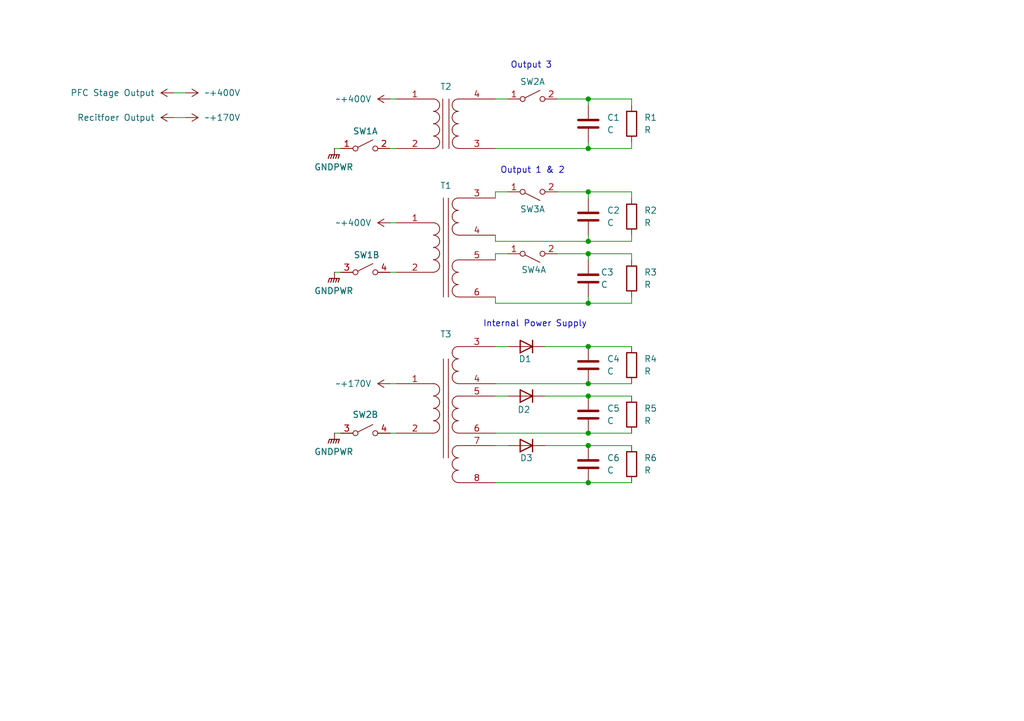
<source format=kicad_sch>
(kicad_sch (version 20250114) (generator "eeschema") (generator_version "9.0")
  (paper "A5")
  (lib_symbols
    (symbol "Device:C" (pin_numbers (hide yes)) (pin_names (offset 0.254))
      (property "Reference" "C" (at 0.635 2.54 0))
      (property "Value" "C" (at 0.635 -2.54 0))
      (symbol "C_0_1"
        (polyline (pts (xy -2.032 0.762) (xy 2.032 0.762)) (stroke (width 0.508)))
        (polyline (pts (xy -2.032 -0.762) (xy 2.032 -0.762)) (stroke (width 0.508)))
      )
      (symbol "C_1_1"
        (pin passive line (at 0 3.81 270) (length 2.794) (name "~") (number "1"))
        (pin passive line (at 0 -3.81 90) (length 2.794) (name "~") (number "2"))
      )
    )
    (symbol "Device:R" (pin_numbers (hide yes)) (pin_names (offset 0))
      (property "Reference" "R" (at 2.032 0 90))
      (property "Value" "R" (at 0 0 90))
      (symbol "R_0_1"
        (rectangle (start -1.016 -2.54) (end 1.016 2.54) (stroke (width 0.254)))
      )
      (symbol "R_1_1"
        (pin passive line (at 0 3.81 270) (length 1.27) (name "~") (number "1"))
        (pin passive line (at 0 -3.81 90) (length 1.27) (name "~") (number "2"))
      )
    )
    (symbol "Device:Transformer_1P_1S" (pin_names (offset 1.016) (hide yes))
      (property "Reference" "T" (at 0 6.35 0))
      (property "Value" "Transformer_1P_1S" (at 0 -7.62 0))
      (symbol "Transformer_1P_1S_0_1"
        (arc (start -1.27 3.81) (mid -1.656 2.9336) (end -2.54 2.5654))
        (arc (start -1.27 1.27) (mid -1.656 0.3936) (end -2.54 0.0254))
        (arc (start -1.27 -1.27) (mid -1.656 -2.1464) (end -2.54 -2.5146))
        (arc (start -1.27 -3.81) (mid -1.656 -4.6864) (end -2.54 -5.0546))
        (arc (start -2.54 5.08) (mid -1.642 4.708) (end -1.27 3.81))
        (arc (start -2.54 2.54) (mid -1.642 2.168) (end -1.27 1.27))
        (arc (start -2.54 0) (mid -1.642 -0.372) (end -1.27 -1.27))
        (arc (start -2.54 -2.54) (mid -1.642 -2.912) (end -1.27 -3.81))
        (polyline (pts (xy -0.635 5.08) (xy -0.635 -5.08)))
        (polyline (pts (xy 0.635 -5.08) (xy 0.635 5.08)))
        (arc (start 1.2954 3.81) (mid 1.6457 4.7117) (end 2.54 5.08))
        (arc (start 1.2954 1.27) (mid 1.6457 2.1717) (end 2.54 2.54))
        (arc (start 1.2954 -1.27) (mid 1.6457 -0.3683) (end 2.54 0))
        (arc (start 2.54 2.5654) (mid 1.6599 2.9299) (end 1.2954 3.81))
        (arc (start 2.54 0.0254) (mid 1.6599 0.3899) (end 1.2954 1.27))
        (arc (start 2.54 -2.5146) (mid 1.6599 -2.1501) (end 1.2954 -1.27))
        (arc (start 1.3208 -3.81) (mid 1.6711 -2.9085) (end 2.5654 -2.54))
        (arc (start 2.5654 -5.0546) (mid 1.6851 -4.6902) (end 1.3208 -3.81))
      )
      (symbol "Transformer_1P_1S_1_1"
        (pin passive line (at -10.16 5.08 0) (length 7.62) (name "AA") (number "1"))
        (pin passive line (at -10.16 -5.08 0) (length 7.62) (name "AB") (number "2"))
        (pin passive line (at 10.16 5.08 180) (length 7.62) (name "SB") (number "4"))
        (pin passive line (at 10.16 -5.08 180) (length 7.62) (name "SA") (number "3"))
      )
    )
    (symbol "Device:Transformer_1P_2S" (pin_names (offset 1.016) (hide yes))
      (property "Reference" "T" (at 0 12.7 0))
      (property "Value" "Transformer_1P_2S" (at 0 -12.7 0))
      (symbol "Transformer_1P_2S_0_1"
        (arc (start -1.27 3.81) (mid -1.656 2.9336) (end -2.54 2.5654))
        (arc (start -1.27 1.27) (mid -1.656 0.3936) (end -2.54 0.0254))
        (arc (start -1.27 -1.27) (mid -1.656 -2.1464) (end -2.54 -2.5146))
        (arc (start -1.27 -3.81) (mid -1.656 -4.6864) (end -2.54 -5.0546))
        (arc (start -2.54 5.08) (mid -1.642 4.708) (end -1.27 3.81))
        (arc (start -2.54 2.54) (mid -1.642 2.168) (end -1.27 1.27))
        (arc (start -2.54 0) (mid -1.642 -0.372) (end -1.27 -1.27))
        (arc (start -2.54 -2.54) (mid -1.642 -2.912) (end -1.27 -3.81))
        (polyline (pts (xy -0.508 -10.16) (xy -0.508 10.16)))
        (polyline (pts (xy 0.508 10.16) (xy 0.508 -10.16)))
        (arc (start 1.2954 8.89) (mid 1.6457 9.7917) (end 2.54 10.16))
        (arc (start 1.2954 6.35) (mid 1.6457 7.2517) (end 2.54 7.62))
        (arc (start 1.2954 3.81) (mid 1.6457 4.7117) (end 2.54 5.08))
        (arc (start 1.2954 -3.81) (mid 1.6457 -2.9083) (end 2.54 -2.54))
        (arc (start 1.2954 -6.35) (mid 1.6457 -5.4483) (end 2.54 -5.08))
        (arc (start 1.2954 -8.89) (mid 1.6457 -7.9883) (end 2.54 -7.62))
        (arc (start 2.54 7.6454) (mid 1.6599 8.0099) (end 1.2954 8.89))
        (arc (start 2.54 5.1054) (mid 1.6599 5.4699) (end 1.2954 6.35))
        (arc (start 2.54 2.5654) (mid 1.6599 2.9299) (end 1.2954 3.81))
        (arc (start 2.54 -5.0546) (mid 1.6599 -4.6901) (end 1.2954 -3.81))
        (arc (start 2.54 -7.5946) (mid 1.6599 -7.2301) (end 1.2954 -6.35))
        (arc (start 2.54 -10.1346) (mid 1.6599 -9.7701) (end 1.2954 -8.89))
      )
      (symbol "Transformer_1P_2S_1_1"
        (pin passive line (at -10.16 5.08 0) (length 7.62) (name "AA") (number "1"))
        (pin passive line (at -10.16 -5.08 0) (length 7.62) (name "AB") (number "2"))
        (pin passive line (at 10.16 10.16 180) (length 7.62) (name "SA") (number "3"))
        (pin passive line (at 10.16 2.54 180) (length 7.62) (name "SB") (number "4"))
        (pin passive line (at 10.16 -2.54 180) (length 7.62) (name "SC") (number "5"))
        (pin passive line (at 10.16 -10.16 180) (length 7.62) (name "SD") (number "6"))
      )
    )
    (symbol "Diode:1N4148WT" (pin_numbers (hide yes)) (pin_names (hide yes))
      (property "Reference" "D" (at 0 2.54 0))
      (property "Value" "1N4148WT" (at 0 -2.54 0))
      (symbol "1N4148WT_0_1"
        (polyline (pts (xy -1.27 1.27) (xy -1.27 -1.27)) (stroke (width 0.254)))
        (polyline (pts (xy 1.27 1.27) (xy 1.27 -1.27) (xy -1.27 0) (xy 1.27 1.27)) (stroke (width 0.254)))
        (polyline (pts (xy 1.27 0) (xy -1.27 0)))
      )
      (symbol "1N4148WT_1_1"
        (pin passive line (at -3.81 0 0) (length 2.54) (name "K") (number "1"))
        (pin passive line (at 3.81 0 180) (length 2.54) (name "A") (number "2"))
      )
    )
    (symbol "Switch:SW_DPST_x2" (pin_names (offset 0) (hide yes))
      (property "Reference" "SW" (at 0 3.175 0))
      (property "Value" "SW_DPST_x2" (at 0 -2.54 0))
      (symbol "SW_DPST_x2_0_0"
        (circle (center -2.032 0) (radius 0.508))
        (polyline (pts (xy -1.524 0.254) (xy 1.524 1.778)))
        (circle (center 2.032 0) (radius 0.508))
      )
      (symbol "SW_DPST_x2_1_1"
        (pin passive line (at -5.08 0 0) (length 2.54) (name "A") (number "1"))
        (pin passive line (at 5.08 0 180) (length 2.54) (name "B") (number "2"))
      )
      (symbol "SW_DPST_x2_2_1"
        (pin passive line (at -5.08 0 0) (length 2.54) (name "A") (number "3"))
        (pin passive line (at 5.08 0 180) (length 2.54) (name "B") (number "4"))
      )
    )
    (symbol "Transformer_1P_2S_1" (pin_names (offset 1.016) (hide yes))
      (property "Reference" "T3" (at 0 15.24 0))
      (symbol "Transformer_1P_2S_1_0_1"
        (arc (start -1.27 3.81) (mid -1.656 2.9336) (end -2.54 2.5654))
        (arc (start -1.27 1.27) (mid -1.656 0.3936) (end -2.54 0.0254))
        (arc (start -1.27 -1.27) (mid -1.656 -2.1464) (end -2.54 -2.5146))
        (arc (start -1.27 -3.81) (mid -1.656 -4.6864) (end -2.54 -5.0546))
        (arc (start -2.54 5.08) (mid -1.642 4.708) (end -1.27 3.81))
        (arc (start -2.54 2.54) (mid -1.642 2.168) (end -1.27 1.27))
        (arc (start -2.54 0) (mid -1.642 -0.372) (end -1.27 -1.27))
        (arc (start -2.54 -2.54) (mid -1.642 -2.912) (end -1.27 -3.81))
        (polyline (pts (xy -0.508 -10.16) (xy -0.508 10.16)))
        (polyline (pts (xy 0.508 10.16) (xy 0.508 -10.16)))
        (arc (start 1.2954 11.43) (mid 1.6457 12.3317) (end 2.54 12.7))
        (arc (start 1.2954 8.89) (mid 1.6457 9.7917) (end 2.54 10.16))
        (arc (start 1.2954 6.35) (mid 1.6457 7.2517) (end 2.54 7.62))
        (arc (start 1.2954 1.27) (mid 1.6457 2.1717) (end 2.54 2.54))
        (arc (start 1.2954 -1.27) (mid 1.6457 -0.3683) (end 2.54 0))
        (arc (start 1.2954 -3.81) (mid 1.6457 -2.9083) (end 2.54 -2.54))
        (arc (start 1.2954 -8.89) (mid 1.6457 -7.9883) (end 2.54 -7.62))
        (arc (start 1.2954 -11.43) (mid 1.6457 -10.5283) (end 2.54 -10.16))
        (arc (start 1.2954 -13.97) (mid 1.6457 -13.0683) (end 2.54 -12.7))
        (arc (start 2.54 10.1854) (mid 1.6599 10.5499) (end 1.2954 11.43))
        (arc (start 2.54 7.6454) (mid 1.6599 8.0099) (end 1.2954 8.89))
        (arc (start 2.54 5.1054) (mid 1.6599 5.4699) (end 1.2954 6.35))
        (arc (start 2.54 0.0254) (mid 1.6599 0.3899) (end 1.2954 1.27))
        (arc (start 2.54 -2.5146) (mid 1.6599 -2.1501) (end 1.2954 -1.27))
        (arc (start 2.54 -5.0546) (mid 1.6599 -4.6901) (end 1.2954 -3.81))
        (arc (start 2.54 -10.1346) (mid 1.6599 -9.7701) (end 1.2954 -8.89))
        (arc (start 2.54 -12.6746) (mid 1.6599 -12.3101) (end 1.2954 -11.43))
        (arc (start 2.54 -15.2146) (mid 1.6599 -14.8501) (end 1.2954 -13.97))
      )
      (symbol "Transformer_1P_2S_1_1_1"
        (pin passive line (at -10.16 5.08 0) (length 7.62) (name "AA") (number "1"))
        (pin passive line (at -10.16 -5.08 0) (length 7.62) (name "AB") (number "2"))
        (pin passive line (at 10.16 12.7 180) (length 7.62) (name "SA") (number "3"))
        (pin passive line (at 10.16 5.08 180) (length 7.62) (name "SB") (number "4"))
        (pin passive line (at 10.16 2.54 180) (length 7.62) (name "SC") (number "5"))
        (pin passive line (at 10.16 -5.08 180) (length 7.62) (name "SD") (number "6"))
        (pin passive line (at 10.16 -7.62 180) (length 7.62) (name "SC") (number "7"))
        (pin passive line (at 10.16 -15.24 180) (length 7.62) (name "SD") (number "8"))
      )
    )
    (symbol "power:GNDPWR" (power) (pin_numbers (hide yes)) (pin_names (offset 0) (hide yes))
      (property "Value" "GNDPWR" (at 0 -3.302 0))
      (symbol "GNDPWR_0_1"
        (polyline (pts (xy -1.016 -1.27) (xy -1.27 -2.032) (xy -1.27 -2.032)) (stroke (width 0.2032)))
        (polyline (pts (xy -0.508 -1.27) (xy -0.762 -2.032) (xy -0.762 -2.032)) (stroke (width 0.2032)))
        (polyline (pts (xy 0 -1.27) (xy 0 0)))
        (polyline (pts (xy 0 -1.27) (xy -0.254 -2.032) (xy -0.254 -2.032)) (stroke (width 0.2032)))
        (polyline (pts (xy 0.508 -1.27) (xy 0.254 -2.032) (xy 0.254 -2.032)) (stroke (width 0.2032)))
        (polyline (pts (xy 1.016 -1.27) (xy -1.016 -1.27) (xy -1.016 -1.27)) (stroke (width 0.2032)))
        (polyline (pts (xy 1.016 -1.27) (xy 0.762 -2.032) (xy 0.762 -2.032) (xy 0.762 -2.032)) (stroke (width 0.2032)))
      )
      (symbol "GNDPWR_1_1"
        (pin power_in line (at 0 0 270) (length 0) (name "~") (number "1"))
      )
    )
    (symbol "power:VDC" (power) (pin_numbers (hide yes)) (pin_names (offset 0) (hide yes))
      (property "Value" "VDC" (at 0 3.556 0))
      (symbol "VDC_0_1"
        (polyline (pts (xy -0.762 1.27) (xy 0 2.54)))
        (polyline (pts (xy 0 2.54) (xy 0.762 1.27)))
        (polyline (pts (xy 0 0) (xy 0 2.54)))
      )
      (symbol "VDC_1_1"
        (pin power_in line (at 0 0 90) (length 0) (name "~") (number "1"))
      )
    )
  )
  (text "Output 3\n" (at 108.966 13.462 0) (effects (font (size 1.27 1.27))))
  (text "Internal Power Supply\n" (at 109.728 66.548 0) (effects (font (size 1.27 1.27))))
  (text "Output 1 & 2\n\n" (at 109.22 36.068 0) (effects (font (size 1.27 1.27))))
  (junction (at 120.65 20.32))
  (junction (at 120.65 88.9))
  (junction (at 120.65 78.74))
  (junction (at 120.65 99.06))
  (junction (at 120.65 49.53))
  (junction (at 120.65 81.28))
  (junction (at 120.65 91.44))
  (junction (at 120.65 39.37))
  (junction (at 120.65 62.23))
  (junction (at 120.65 30.48))
  (junction (at 120.65 52.07))
  (junction (at 120.65 71.12))
  (wire (pts (xy 129.54 48.26) (xy 129.54 49.53)))
  (wire (pts (xy 120.65 21.59) (xy 120.65 20.32)))
  (wire (pts (xy 101.6 99.06) (xy 120.65 99.06)))
  (wire (pts (xy 68.58 88.9) (xy 69.85 88.9)))
  (wire (pts (xy 120.65 71.12) (xy 129.54 71.12)))
  (wire (pts (xy 80.01 78.74) (xy 81.28 78.74)))
  (wire (pts (xy 101.6 20.32) (xy 104.14 20.32)))
  (wire (pts (xy 120.65 91.44) (xy 129.54 91.44)))
  (wire (pts (xy 101.6 49.53) (xy 120.65 49.53)))
  (wire (pts (xy 120.65 20.32) (xy 129.54 20.32)))
  (wire (pts (xy 114.3 39.37) (xy 120.65 39.37)))
  (wire (pts (xy 111.76 91.44) (xy 120.65 91.44)))
  (wire (pts (xy 80.01 30.48) (xy 81.28 30.48)))
  (wire (pts (xy 120.65 62.23) (xy 129.54 62.23)))
  (wire (pts (xy 101.6 78.74) (xy 120.65 78.74)))
  (wire (pts (xy 120.65 99.06) (xy 129.54 99.06)))
  (wire (pts (xy 120.65 39.37) (xy 120.65 40.64)))
  (wire (pts (xy 68.58 30.48) (xy 69.85 30.48)))
  (wire (pts (xy 80.01 20.32) (xy 81.28 20.32)))
  (wire (pts (xy 101.6 49.53) (xy 101.6 48.26)))
  (wire (pts (xy 120.65 62.23) (xy 120.65 60.96)))
  (wire (pts (xy 120.65 30.48) (xy 129.54 30.48)))
  (wire (pts (xy 120.65 52.07) (xy 129.54 52.07)))
  (wire (pts (xy 101.6 52.07) (xy 101.6 53.34)))
  (wire (pts (xy 101.6 62.23) (xy 120.65 62.23)))
  (wire (pts (xy 120.65 78.74) (xy 129.54 78.74)))
  (wire (pts (xy 101.6 52.07) (xy 104.14 52.07)))
  (wire (pts (xy 120.65 49.53) (xy 129.54 49.53)))
  (wire (pts (xy 120.65 88.9) (xy 129.54 88.9)))
  (wire (pts (xy 129.54 53.34) (xy 129.54 52.07)))
  (wire (pts (xy 120.65 29.21) (xy 120.65 30.48)))
  (wire (pts (xy 101.6 81.28) (xy 104.14 81.28)))
  (wire (pts (xy 114.3 20.32) (xy 120.65 20.32)))
  (wire (pts (xy 101.6 39.37) (xy 104.14 39.37)))
  (wire (pts (xy 35.56 19.05) (xy 38.1 19.05)))
  (wire (pts (xy 129.54 60.96) (xy 129.54 62.23)))
  (wire (pts (xy 114.3 52.07) (xy 120.65 52.07)))
  (wire (pts (xy 129.54 29.21) (xy 129.54 30.48)))
  (wire (pts (xy 101.6 71.12) (xy 104.14 71.12)))
  (wire (pts (xy 80.01 88.9) (xy 81.28 88.9)))
  (wire (pts (xy 120.65 81.28) (xy 129.54 81.28)))
  (wire (pts (xy 120.65 53.34) (xy 120.65 52.07)))
  (wire (pts (xy 111.76 81.28) (xy 120.65 81.28)))
  (wire (pts (xy 80.01 55.88) (xy 81.28 55.88)))
  (wire (pts (xy 35.56 24.13) (xy 38.1 24.13)))
  (wire (pts (xy 101.6 88.9) (xy 120.65 88.9)))
  (wire (pts (xy 129.54 21.59) (xy 129.54 20.32)))
  (wire (pts (xy 80.01 45.72) (xy 81.28 45.72)))
  (wire (pts (xy 101.6 91.44) (xy 104.14 91.44)))
  (wire (pts (xy 120.65 48.26) (xy 120.65 49.53)))
  (wire (pts (xy 68.58 55.88) (xy 69.85 55.88)))
  (wire (pts (xy 129.54 40.64) (xy 129.54 39.37)))
  (wire (pts (xy 101.6 39.37) (xy 101.6 40.64)))
  (wire (pts (xy 120.65 39.37) (xy 129.54 39.37)))
  (wire (pts (xy 101.6 60.96) (xy 101.6 62.23)))
  (wire (pts (xy 101.6 30.48) (xy 120.65 30.48)))
  (wire (pts (xy 111.76 71.12) (xy 120.65 71.12)))
  (symbol (lib_name "Transformer_1P_2S_1") (lib_id "Device:Transformer_1P_2S") (at 91.44 83.82 0) (unit 1)
    (property "Reference" "T3" (at 91.44 68.58 0))
    (property "Value" "Transformer_1P_3S" (effects (hide yes)))
    (property "Description" "Transformer, single primary, dual secondary" (effects (hide yes)))
  )
  (symbol (lib_id "Switch:SW_DPST_x2") (at 109.22 39.37 0) (mirror x) (unit 1)
    (property "Reference" "SW3" (at 109.22 42.926 0))
    (property "Value" "SW_DPST_x2" (effects (hide yes)))
    (property "Description" "Single Pole Single Throw (SPST) switch, separate symbol" (effects (hide yes)))
  )
  (symbol (lib_id "Switch:SW_DPST_x2") (at 109.22 20.32 0) (unit 1)
    (property "Reference" "SW2" (at 109.22 16.764 0))
    (property "Value" "SW_DPST_x2" (effects (hide yes)))
    (property "Description" "Single Pole Single Throw (SPST) switch, separate symbol" (effects (hide yes)))
  )
  (symbol (lib_id "Device:R") (at 129.54 25.4 0) (unit 1)
    (property "Reference" "R1" (at 132.08 24.1299 0) (effects (justify left)))
    (property "Value" "R" (at 132.08 26.6699 0) (effects (justify left)))
    (property "Description" "Resistor" (effects (hide yes)))
  )
  (symbol (lib_id "power:VDC") (at 38.1 19.05 270) (unit 1)
    (property "Reference" "#PWR08" (effects (hide yes)))
    (property "Value" "~+400V" (at 41.91 19.0499 90) (effects (justify left)))
    (property "Description" "Power symbol creates a global label with name \"VDC\"" (effects (hide yes)))
  )
  (symbol (lib_id "power:GNDPWR") (at 68.58 88.9 0) (unit 1)
    (property "Reference" "#PWR01" (effects (hide yes)))
    (property "Value" "GNDPWR" (at 68.453 92.71 0))
    (property "Description" "Power symbol creates a global label with name \"GNDPWR\" , global ground" (effects (hide yes)))
  )
  (symbol (lib_id "Switch:SW_DPST_x2") (at 109.22 52.07 0) (mirror x) (unit 1)
    (property "Reference" "SW4" (at 109.474 55.372 0))
    (property "Value" "SW_DPST_x2" (effects (hide yes)))
    (property "Description" "Single Pole Single Throw (SPST) switch, separate symbol" (effects (hide yes)))
  )
  (symbol (lib_id "Switch:SW_DPST_x2") (at 74.93 55.88 0) (unit 2)
    (property "Reference" "SW1" (at 75.184 52.324 0))
    (property "Value" "SW_DPST_x2" (effects (hide yes)))
    (property "Description" "Single Pole Single Throw (SPST) switch, separate symbol" (effects (hide yes)))
  )
  (symbol (lib_id "Device:C") (at 120.65 25.4 0) (unit 1)
    (property "Reference" "C1" (at 124.46 24.1299 0) (effects (justify left)))
    (property "Value" "C" (at 124.46 26.6699 0) (effects (justify left)))
    (property "Description" "Unpolarized capacitor" (effects (hide yes)))
  )
  (symbol (lib_id "Switch:SW_DPST_x2") (at 74.93 88.9 0) (unit 2)
    (property "Reference" "SW2" (at 74.93 85.09 0))
    (property "Value" "SW_DPST_x2" (effects (hide yes)))
    (property "Description" "Single Pole Single Throw (SPST) switch, separate symbol" (effects (hide yes)))
  )
  (symbol (lib_id "power:VDC") (at 35.56 24.13 90) (unit 1)
    (property "Reference" "#PWR09" (effects (hide yes)))
    (property "Value" "Recitfoer Output" (at 31.75 24.1299 90) (effects (justify left)))
    (property "Description" "Power symbol creates a global label with name \"VDC\"" (effects (hide yes)))
  )
  (symbol (lib_id "Diode:1N4148WT") (at 107.95 91.44 180) (unit 1)
    (property "Reference" "D3" (at 107.95 93.98 0))
    (property "Value" "1N4148WT" (effects (hide yes)))
    (property "Footprint" "Diode_SMD:D_SOD-523" (effects (hide yes)))
    (property "Datasheet" "https://www.diodes.com/assets/Datasheets/ds30396.pdf" (effects (hide yes)))
    (property "Description" "75V 0.15A Fast switching Diode, SOD-523" (effects (hide yes)))
    (property "Sim.Device" "D" (effects (hide yes)))
    (property "Sim.Pins" "1=K 2=A" (effects (hide yes)))
  )
  (symbol (lib_id "Device:C") (at 120.65 74.93 0) (unit 1)
    (property "Reference" "C4" (at 124.46 73.6599 0) (effects (justify left)))
    (property "Value" "C" (at 124.46 76.1999 0) (effects (justify left)))
    (property "Description" "Unpolarized capacitor" (effects (hide yes)))
  )
  (symbol (lib_id "Device:R") (at 129.54 44.45 0) (unit 1)
    (property "Reference" "R2" (at 132.08 43.1799 0) (effects (justify left)))
    (property "Value" "R" (at 132.08 45.7199 0) (effects (justify left)))
    (property "Description" "Resistor" (effects (hide yes)))
  )
  (symbol (lib_id "Switch:SW_DPST_x2") (at 74.93 30.48 0) (unit 1)
    (property "Reference" "SW1" (at 74.93 26.924 0))
    (property "Value" "SW_DPST_x2" (effects (hide yes)))
    (property "Description" "Single Pole Single Throw (SPST) switch, separate symbol" (effects (hide yes)))
  )
  (symbol (lib_id "power:VDC") (at 80.01 78.74 90) (unit 1)
    (property "Reference" "#PWR06" (effects (hide yes)))
    (property "Value" "~+170V" (at 76.2 78.7399 90) (effects (justify left)))
    (property "Description" "Power symbol creates a global label with name \"VDC\"" (effects (hide yes)))
  )
  (symbol (lib_id "Device:Transformer_1P_1S") (at 91.44 25.4 0) (unit 1)
    (property "Reference" "T2" (at 91.4527 17.78 0))
    (property "Value" "Transformer_1P_1S" (effects (hide yes)))
    (property "Description" "Transformer, single primary, single secondary" (effects (hide yes)))
  )
  (symbol (lib_id "power:VDC") (at 80.01 45.72 90) (unit 1)
    (property "Reference" "#PWR05" (effects (hide yes)))
    (property "Value" "~+400V" (at 76.2 45.7199 90) (effects (justify left)))
    (property "Description" "Power symbol creates a global label with name \"VDC\"" (effects (hide yes)))
  )
  (symbol (lib_id "Device:C") (at 120.65 95.25 0) (unit 1)
    (property "Reference" "C6" (at 124.46 93.9799 0) (effects (justify left)))
    (property "Value" "C" (at 124.46 96.5199 0) (effects (justify left)))
    (property "Description" "Unpolarized capacitor" (effects (hide yes)))
  )
  (symbol (lib_id "power:GNDPWR") (at 68.58 55.88 0) (unit 1)
    (property "Reference" "#PWR02" (effects (hide yes)))
    (property "Value" "GNDPWR" (at 68.453 59.69 0))
    (property "Description" "Power symbol creates a global label with name \"GNDPWR\" , global ground" (effects (hide yes)))
  )
  (symbol (lib_id "Diode:1N4148WT") (at 107.95 71.12 180) (unit 1)
    (property "Reference" "D1" (at 107.696 73.66 0))
    (property "Value" "1N4148WT" (effects (hide yes)))
    (property "Footprint" "Diode_SMD:D_SOD-523" (effects (hide yes)))
    (property "Datasheet" "https://www.diodes.com/assets/Datasheets/ds30396.pdf" (effects (hide yes)))
    (property "Description" "75V 0.15A Fast switching Diode, SOD-523" (effects (hide yes)))
    (property "Sim.Device" "D" (effects (hide yes)))
    (property "Sim.Pins" "1=K 2=A" (effects (hide yes)))
  )
  (symbol (lib_id "Device:C") (at 120.65 57.15 0) (unit 1)
    (property "Reference" "C3" (at 123.19 55.8799 0) (effects (justify left)))
    (property "Value" "C" (at 123.19 58.4199 0) (effects (justify left)))
    (property "Description" "Unpolarized capacitor" (effects (hide yes)))
  )
  (symbol (lib_id "Device:R") (at 129.54 57.15 0) (unit 1)
    (property "Reference" "R3" (at 132.08 55.8799 0) (effects (justify left)))
    (property "Value" "R" (at 132.08 58.4199 0) (effects (justify left)))
    (property "Description" "Resistor" (effects (hide yes)))
  )
  (symbol (lib_id "Device:C") (at 120.65 85.09 0) (unit 1)
    (property "Reference" "C5" (at 124.46 83.8199 0) (effects (justify left)))
    (property "Value" "C" (at 124.46 86.3599 0) (effects (justify left)))
    (property "Description" "Unpolarized capacitor" (effects (hide yes)))
  )
  (symbol (lib_id "power:GNDPWR") (at 68.58 30.48 0) (unit 1)
    (property "Reference" "#PWR03" (effects (hide yes)))
    (property "Value" "GNDPWR" (at 68.453 34.29 0))
    (property "Description" "Power symbol creates a global label with name \"GNDPWR\" , global ground" (effects (hide yes)))
  )
  (symbol (lib_id "Diode:1N4148WT") (at 107.95 81.28 180) (unit 1)
    (property "Reference" "D2" (at 107.442 84.074 0))
    (property "Value" "1N4148WT" (effects (hide yes)))
    (property "Footprint" "Diode_SMD:D_SOD-523" (effects (hide yes)))
    (property "Datasheet" "https://www.diodes.com/assets/Datasheets/ds30396.pdf" (effects (hide yes)))
    (property "Description" "75V 0.15A Fast switching Diode, SOD-523" (effects (hide yes)))
    (property "Sim.Device" "D" (effects (hide yes)))
    (property "Sim.Pins" "1=K 2=A" (effects (hide yes)))
  )
  (symbol (lib_id "Device:R") (at 129.54 85.09 0) (unit 1)
    (property "Reference" "R5" (at 132.08 83.8199 0) (effects (justify left)))
    (property "Value" "R" (at 132.08 86.3599 0) (effects (justify left)))
    (property "Description" "Resistor" (effects (hide yes)))
  )
  (symbol (lib_id "Device:R") (at 129.54 74.93 0) (unit 1)
    (property "Reference" "R4" (at 132.08 73.6599 0) (effects (justify left)))
    (property "Value" "R" (at 132.08 76.1999 0) (effects (justify left)))
    (property "Description" "Resistor" (effects (hide yes)))
  )
  (symbol (lib_id "Device:Transformer_1P_2S") (at 91.44 50.8 0) (unit 1)
    (property "Reference" "T1" (at 91.44 38.1 0))
    (property "Value" "Transformer_1P_2S" (effects (hide yes)))
    (property "Description" "Transformer, single primary, dual secondary" (effects (hide yes)))
  )
  (symbol (lib_id "power:VDC") (at 80.01 20.32 90) (unit 1)
    (property "Reference" "#PWR04" (effects (hide yes)))
    (property "Value" "~+400V" (at 76.2 20.3199 90) (effects (justify left)))
    (property "Description" "Power symbol creates a global label with name \"VDC\"" (effects (hide yes)))
  )
  (symbol (lib_id "Device:R") (at 129.54 95.25 0) (unit 1)
    (property "Reference" "R6" (at 132.08 93.9799 0) (effects (justify left)))
    (property "Value" "R" (at 132.08 96.5199 0) (effects (justify left)))
    (property "Description" "Resistor" (effects (hide yes)))
  )
  (symbol (lib_id "Device:C") (at 120.65 44.45 0) (unit 1)
    (property "Reference" "C2" (at 124.46 43.1799 0) (effects (justify left)))
    (property "Value" "C" (at 124.46 45.7199 0) (effects (justify left)))
    (property "Description" "Unpolarized capacitor" (effects (hide yes)))
  )
  (symbol (lib_id "power:VDC") (at 35.56 19.05 90) (unit 1)
    (property "Reference" "#PWR07" (effects (hide yes)))
    (property "Value" "PFC Stage Output" (at 31.75 19.0499 90) (effects (justify left)))
    (property "Description" "Power symbol creates a global label with name \"VDC\"" (effects (hide yes)))
  )
  (symbol (lib_id "power:VDC") (at 38.1 24.13 270) (unit 1)
    (property "Reference" "#PWR010" (effects (hide yes)))
    (property "Value" "~+170V" (at 41.91 24.1299 90) (effects (justify left)))
    (property "Description" "Power symbol creates a global label with name \"VDC\"" (effects (hide yes)))
  )
)
</source>
